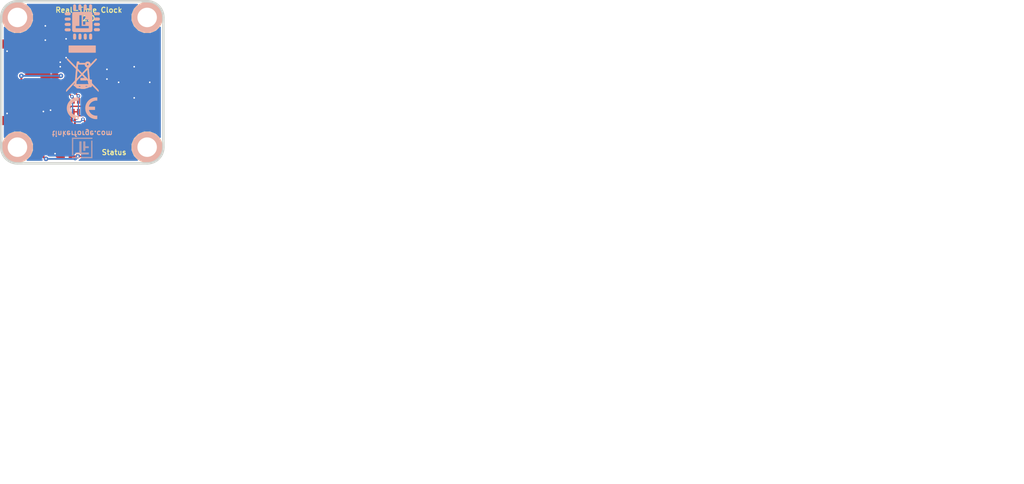
<source format=kicad_pcb>
(kicad_pcb (version 4) (host pcbnew 4.0.2+dfsg1-stable)
  (title_block (title "Real Time Clock Bricklet") (date 2018-01-15) (rev 2.0) (company "Tinkerforge GmbH") (comment 1 "Licensed under CERN OHL v.1.1") (comment 2 "Copyright (©) 2018, B.Nordmeyer <bastian@tinkerforge.com>"))
  (layers (0 Vorderseite signal hide) (31 Rückseite signal hide) (34 B.Paste user) (35 F.Paste user) (36 B.SilkS user) (37 F.SilkS user) (38 B.Mask user) (39 F.Mask user) (44 Edge.Cuts user))
  (net 0 "")
  (net 1 GND)
  (net 2 SCL)
  (net 3 SDA)
  (net 4 "Net-(P1-Pad6)")
  (net 5 "Net-(U2-Pad1)")
  (net 6 "Net-(U2-Pad2)")
  (net 7 3V3)
  (net 8 "Net-(BT1-Pad1)")
  (net 9 "Net-(C1-Pad1)")
  (net 10 "Net-(D1-Pad2)")
  (net 11 "Net-(P1-Pad4)")
  (net 12 "Net-(P1-Pad5)")
  (net 13 "Net-(P2-Pad1)")
  (net 14 "Net-(P3-Pad2)")
  (net 15 S-MISO)
  (net 16 S-MOSI)
  (net 17 S-CLK)
  (net 18 S-CS)
  (net 19 INT)
  (net 20 "Net-(R1-Pad1)")
  (module kicad-libraries:QFN24-4x4mm-0.5mm (layer Vorderseite) (at 135.4 108.7)
    (fp_text reference U1)
    (fp_text value XMC1100)
    (pad 1 smd oval (at -2.025 -1.25) (size 1 0.3) (layers Vorderseite F.Paste F.Mask) (net 15 S-MISO))
    (pad 2 smd oval (at -2.025 -0.75) (size 1 0.3) (layers Vorderseite F.Paste F.Mask) (net 14 "Net-(P3-Pad2)"))
    (pad 3 smd oval (at -2.025 -0.25) (size 1 0.3) (layers Vorderseite F.Paste F.Mask))
    (pad 4 smd oval (at -2.025 0.25) (size 1 0.3) (layers Vorderseite F.Paste F.Mask))
    (pad 5 smd oval (at -2.025 0.75) (size 1 0.3) (layers Vorderseite F.Paste F.Mask))
    (pad 6 smd oval (at -2.025 1.25) (size 1 0.3) (layers Vorderseite F.Paste F.Mask))
    (pad 7 smd oval (at -1.25 2.025 90) (size 1 0.3) (layers Vorderseite F.Paste F.Mask))
    (pad 8 smd oval (at -0.75 2.025 90) (size 1 0.3) (layers Vorderseite F.Paste F.Mask))
    (pad 9 smd oval (at -0.25 2.025 90) (size 1 0.3) (layers Vorderseite F.Paste F.Mask) (net 1 GND))
    (pad 10 smd oval (at 0.25 2.025 90) (size 1 0.3) (layers Vorderseite F.Paste F.Mask) (net 7 3V3))
    (pad 11 smd oval (at 0.75 2.025 90) (size 1 0.3) (layers Vorderseite F.Paste F.Mask))
    (pad 12 smd oval (at 1.25 2.025 90) (size 1 0.3) (layers Vorderseite F.Paste F.Mask))
    (pad 13 smd oval (at 2.025 1.25) (size 1 0.3) (layers Vorderseite F.Paste F.Mask) (net 20 "Net-(R1-Pad1)"))
    (pad 14 smd oval (at 2.025 0.75) (size 1 0.3) (layers Vorderseite F.Paste F.Mask))
    (pad 15 smd oval (at 2.025 0.25) (size 1 0.3) (layers Vorderseite F.Paste F.Mask))
    (pad 16 smd oval (at 2.025 -0.25) (size 1 0.3) (layers Vorderseite F.Paste F.Mask) (net 13 "Net-(P2-Pad1)"))
    (pad 17 smd oval (at 2.025 -0.75) (size 1 0.3) (layers Vorderseite F.Paste F.Mask) (net 3 SDA))
    (pad 18 smd oval (at 2.025 -1.25) (size 1 0.3) (layers Vorderseite F.Paste F.Mask))
    (pad 19 smd oval (at 1.25 -2.025 90) (size 1 0.3) (layers Vorderseite F.Paste F.Mask) (net 2 SCL))
    (pad 20 smd oval (at 0.75 -2.025 90) (size 1 0.3) (layers Vorderseite F.Paste F.Mask) (net 19 INT))
    (pad 21 smd oval (at 0.25 -2.025 90) (size 1 0.3) (layers Vorderseite F.Paste F.Mask))
    (pad 22 smd oval (at -0.25 -2.025 90) (size 1 0.3) (layers Vorderseite F.Paste F.Mask) (net 18 S-CS))
    (pad 23 smd oval (at -0.75 -2.025 90) (size 1 0.3) (layers Vorderseite F.Paste F.Mask) (net 17 S-CLK))
    (pad 24 smd oval (at -1.25 -2.025 90) (size 1 0.3) (layers Vorderseite F.Paste F.Mask) (net 16 S-MOSI))
    (pad EXP smd rect (at 0.65 0.65) (size 1.3 1.3) (layers Vorderseite F.Paste F.Mask) (net 1 GND))
    (pad EXP smd rect (at 0.65 -0.65) (size 1.3 1.3) (layers Vorderseite F.Paste F.Mask) (net 1 GND))
    (pad EXP smd rect (at -0.65 0.65) (size 1.3 1.3) (layers Vorderseite F.Paste F.Mask) (net 1 GND))
    (pad EXP smd rect (at -0.65 -0.65) (size 1.3 1.3) (layers Vorderseite F.Paste F.Mask) (net 1 GND))
  )
  (module kicad-libraries:4X0603 (layer Vorderseite) (at 137.6 104.3)
    (fp_text reference RP2)
    (fp_text value 2k2)
    (pad 1 smd rect (at -1.19888 -0.8509) (size 0.44958 0.89916) (layers Vorderseite F.Paste F.Mask) (net 3 SDA))
    (pad 2 smd rect (at -0.39878 -0.8509) (size 0.44958 0.89916) (layers Vorderseite F.Paste F.Mask) (net 2 SCL))
    (pad 3 smd rect (at 0.39878 -0.8509) (size 0.44958 0.89916) (layers Vorderseite F.Paste F.Mask) (net 19 INT))
    (pad 4 smd rect (at 1.19888 -0.8509) (size 0.44958 0.89916) (layers Vorderseite F.Paste F.Mask))
    (pad 5 smd rect (at 1.19888 0.8509) (size 0.44958 0.89916) (layers Vorderseite F.Paste F.Mask) (net 7 3V3))
    (pad 6 smd rect (at 0.39878 0.8509) (size 0.44958 0.89916) (layers Vorderseite F.Paste F.Mask) (net 7 3V3))
    (pad 7 smd rect (at -0.39878 0.8509) (size 0.44958 0.89916) (layers Vorderseite F.Paste F.Mask) (net 7 3V3))
    (pad 8 smd rect (at -1.19888 0.8509) (size 0.44958 0.89916) (layers Vorderseite F.Paste F.Mask) (net 7 3V3))
  )
  (module kicad-libraries:4X0402 (layer Vorderseite) (at 132.3 102.4 270)
    (fp_text reference RP1)
    (fp_text value 82)
    (pad 1 smd rect (at -0.7493 0.575 90) (size 0.29972 0.65) (layers Vorderseite F.Paste F.Mask) (net 11 "Net-(P1-Pad4)"))
    (pad 2 smd rect (at -0.24892 0.575 90) (size 0.29972 0.65) (layers Vorderseite F.Paste F.Mask) (net 12 "Net-(P1-Pad5)"))
    (pad 3 smd rect (at 0.24892 0.575 90) (size 0.29972 0.65) (layers Vorderseite F.Paste F.Mask) (net 4 "Net-(P1-Pad6)"))
    (pad 4 smd rect (at 0.7493 0.575 90) (size 0.29972 0.65) (layers Vorderseite F.Paste F.Mask) (net 9 "Net-(C1-Pad1)"))
    (pad 5 smd rect (at 0.7493 -0.575 270) (size 0.29972 0.65) (layers Vorderseite F.Paste F.Mask) (net 15 S-MISO))
    (pad 6 smd rect (at 0.24892 -0.575 270) (size 0.29972 0.65) (layers Vorderseite F.Paste F.Mask) (net 16 S-MOSI))
    (pad 7 smd rect (at -0.24892 -0.575 270) (size 0.29972 0.65) (layers Vorderseite F.Paste F.Mask) (net 17 S-CLK))
    (pad 8 smd rect (at -0.7493 -0.575 270) (size 0.29972 0.65) (layers Vorderseite F.Paste F.Mask) (net 18 S-CS))
  )
  (module kicad-libraries:R0603F (layer Vorderseite) (at 139.6 109.9)
    (fp_text reference R1)
    (fp_text value 1k)
    (pad 1 smd rect (at -0.75 0) (size 0.9 0.9) (layers Vorderseite F.Paste F.Mask) (net 20 "Net-(R1-Pad1)"))
    (pad 2 smd rect (at 0.75 0) (size 0.9 0.9) (layers Vorderseite F.Paste F.Mask) (net 10 "Net-(D1-Pad2)"))
  )
  (module kicad-libraries:SolderJumper (layer Vorderseite) (at 131.8 106.3 270)
    (fp_text reference P3)
    (fp_text value Boot)
    (pad 2 smd rect (at 0.55 0 270) (size 0.3 1.4) (layers Vorderseite F.Mask) (net 14 "Net-(P3-Pad2)"))
    (pad 2 smd rect (at 0.15 0 270) (size 0.6 0.5) (layers Vorderseite F.Mask) (net 14 "Net-(P3-Pad2)"))
    (pad 1 smd rect (at -0.5 0 270) (size 0.4 1.4) (layers Vorderseite F.Mask) (net 1 GND))
    (pad 1 smd rect (at -0.225 0.55 270) (size 0.95 0.3) (layers Vorderseite F.Mask) (net 1 GND))
    (pad 1 smd rect (at -0.225 -0.55 270) (size 0.95 0.3) (layers Vorderseite F.Mask) (net 1 GND))
  )
  (module kicad-libraries:DEBUG_PAD (layer Vorderseite) (at 138.9 108.4)
    (fp_text reference P2)
    (fp_text value Debug)
    (pad 1 smd circle (at 0 0) (size 0.7 0.7) (layers Vorderseite F.Paste F.Mask) (net 13 "Net-(P2-Pad1)"))
  )
  (module kicad-libraries:CON-SENSOR2 (layer Vorderseite) (at 125.3 100.6 270)
    (fp_text reference P1)
    (fp_text value CON-SENSOR)
    (pad 1 smd rect (at -3.75 -4.6 270) (size 0.6 1.8) (layers Vorderseite F.Paste F.Mask))
    (pad 2 smd rect (at -2.5 -4.6 270) (size 0.6 1.8) (layers Vorderseite F.Paste F.Mask) (net 1 GND))
    (pad EP smd rect (at -5.9 -1.2 270) (size 1.4 2.4) (layers Vorderseite F.Paste F.Mask) (net 1 GND))
    (pad EP smd rect (at 5.9 -1.2 270) (size 1.4 2.4) (layers Vorderseite F.Paste F.Mask) (net 1 GND))
    (pad 3 smd rect (at -1.25 -4.6 270) (size 0.6 1.8) (layers Vorderseite F.Paste F.Mask) (net 7 3V3))
    (pad 4 smd rect (at 0 -4.6 270) (size 0.6 1.8) (layers Vorderseite F.Paste F.Mask) (net 11 "Net-(P1-Pad4)"))
    (pad 5 smd rect (at 1.25 -4.6 270) (size 0.6 1.8) (layers Vorderseite F.Paste F.Mask) (net 12 "Net-(P1-Pad5)"))
    (pad 6 smd rect (at 2.5 -4.6 270) (size 0.6 1.8) (layers Vorderseite F.Paste F.Mask) (net 4 "Net-(P1-Pad6)"))
    (pad 7 smd rect (at 3.75 -4.6 270) (size 0.6 1.8) (layers Vorderseite F.Paste F.Mask) (net 9 "Net-(C1-Pad1)"))
  )
  (module kicad-libraries:D0603F (layer Vorderseite) (at 142.7 109.9 180)
    (fp_text reference D1)
    (fp_text value blue)
    (pad 1 smd rect (at -0.75 0 180) (size 0.9 0.9) (layers Vorderseite F.Paste F.Mask) (net 7 3V3))
    (pad 2 smd rect (at 0.75 0 180) (size 0.9 0.9) (layers Vorderseite F.Paste F.Mask) (net 10 "Net-(D1-Pad2)"))
  )
  (module kicad-libraries:C0603F (layer Vorderseite) (at 140.8 97.8 270)
    (fp_text reference C6)
    (fp_text value 100nF)
    (pad 1 smd rect (at -0.75 0 270) (size 0.9 0.9) (layers Vorderseite F.Paste F.Mask) (net 8 "Net-(BT1-Pad1)"))
    (pad 2 smd rect (at 0.75 0 270) (size 0.9 0.9) (layers Vorderseite F.Paste F.Mask) (net 1 GND))
  )
  (module kicad-libraries:C0603F (layer Vorderseite) (at 140.8 100.8 90)
    (fp_text reference C5)
    (fp_text value 100nF)
    (pad 1 smd rect (at -0.75 0 90) (size 0.9 0.9) (layers Vorderseite F.Paste F.Mask) (net 7 3V3))
    (pad 2 smd rect (at 0.75 0 90) (size 0.9 0.9) (layers Vorderseite F.Paste F.Mask) (net 1 GND))
  )
  (module kicad-libraries:C0603F (layer Vorderseite) (at 135.4 112 180)
    (fp_text reference C4)
    (fp_text value 100nF)
    (pad 1 smd rect (at -0.75 0 180) (size 0.9 0.9) (layers Vorderseite F.Paste F.Mask) (net 7 3V3))
    (pad 2 smd rect (at 0.75 0 180) (size 0.9 0.9) (layers Vorderseite F.Paste F.Mask) (net 1 GND))
  )
  (module kicad-libraries:C0603F (layer Vorderseite) (at 133.6 98.9 90)
    (fp_text reference C3)
    (fp_text value 100nF)
    (pad 1 smd rect (at -0.75 0 90) (size 0.9 0.9) (layers Vorderseite F.Paste F.Mask) (net 7 3V3))
    (pad 2 smd rect (at 0.75 0 90) (size 0.9 0.9) (layers Vorderseite F.Paste F.Mask) (net 1 GND))
  )
  (module kicad-libraries:C0805E (layer Vorderseite) (at 132.1 98.7 90)
    (fp_text reference C2)
    (fp_text value 10uF)
    (pad 1 smd rect (at -0.95 0 90) (size 1.3 1.5) (layers Vorderseite F.Paste F.Mask) (net 7 3V3) (clearance 0.14986))
    (pad 2 smd rect (at 0.95 0 90) (size 1.3 1.5) (layers Vorderseite F.Paste F.Mask) (net 1 GND) (clearance 0.14986))
  )
  (module kicad-libraries:C0402E (layer Vorderseite) (at 132.3 104.1)
    (fp_text reference C1)
    (fp_text value 220pF)
    (pad 1 smd rect (at -0.65 0) (size 0.7 0.9) (layers Vorderseite F.Paste F.Mask) (net 9 "Net-(C1-Pad1)"))
    (pad 2 smd rect (at 0.65 0) (size 0.7 0.9) (layers Vorderseite F.Paste F.Mask) (net 1 GND))
  )
  (module kicad-libraries:Fiducial_Mark (layer Vorderseite) (at 143.8 93.1)
    (fp_text reference Fiducial_Mark hide)
    (fp_text value VAL** hide)
    (pad 1 smd circle (at 0 0) (size 1.00076 1.00076) (layers Vorderseite F.Paste F.Mask) (clearance 0.65024))
  )
  (module kicad-libraries:Fiducial_Mark (layer Vorderseite) (at 131.8 89.6)
    (fp_text reference Fiducial_Mark hide)
    (fp_text value VAL** hide)
    (pad 1 smd circle (at 0 0) (size 1.00076 1.00076) (layers Vorderseite F.Paste F.Mask) (clearance 0.65024))
  )
  (module kicad-libraries:Fiducial_Mark (layer Vorderseite) (at 144.8 107.6)
    (fp_text reference Fiducial_Mark hide)
    (fp_text value VAL** hide)
    (pad 1 smd circle (at 0 0) (size 1.00076 1.00076) (layers Vorderseite F.Paste F.Mask) (clearance 0.65024))
  )
  (module kicad-libraries:CE_5mm (layer Rückseite) (at 137.8 104.6)
    (fp_text reference VAL hide)
    (fp_text value CE_5mm hide)
  )
  (module kicad-libraries:Logo_31x31 (layer Rückseite) (at 136.2 112.3)
    (fp_text reference G*** hide)
    (fp_text value Logo_31x31 hide)
  )
  (module kicad-libraries:DRILL_NP (layer Vorderseite) (at 127.8 90.6 270)
    (fp_text reference U3 hide)
    (fp_text value DRILL hide)
    (pad "" np_thru_hole circle (at 0 0 270) (size 2.99974 2.99974) (drill 2.99974) (layers *.Cu *.Mask F.SilkS) (clearance 0.89916))
  )
  (module kicad-libraries:DRILL_NP (layer Vorderseite) (at 127.8 110.6 90)
    (fp_text reference U6 hide)
    (fp_text value DRILL hide)
    (pad "" np_thru_hole circle (at 0 0 90) (size 2.99974 2.99974) (drill 2.99974) (layers *.Cu *.Mask F.SilkS) (clearance 0.89916))
  )
  (module kicad-libraries:DRILL_NP (layer Vorderseite) (at 147.8 90.6)
    (fp_text reference U5 hide)
    (fp_text value DRILL hide)
    (pad "" np_thru_hole circle (at 0 0) (size 2.99974 2.99974) (drill 2.99974) (layers *.Cu *.Mask F.SilkS) (clearance 0.89916))
  )
  (module kicad-libraries:DRILL_NP (layer Vorderseite) (at 147.8 110.6 90)
    (fp_text reference U4 hide)
    (fp_text value DRILL hide)
    (pad "" np_thru_hole circle (at 0 0 90) (size 2.99974 2.99974) (drill 2.99974) (layers *.Cu *.Mask F.SilkS) (clearance 0.89916))
  )
  (module kicad-libraries:Logo_CoMCU (layer Rückseite) (at 137.8 91.3)
    (fp_text reference G*** hide)
    (fp_text value LOGO hide)
  )
  (module kicad-libraries:WEEE_7mm (layer Rückseite) (at 137.8 98.5)
    (fp_text reference VAL hide)
    (fp_text value WEEE_7mm_back hide)
  )
  (module kicad-libraries:BATTERY_HOLDER_2998 (layer Vorderseite) (at 145.8 100.6 90)
    (fp_text reference BT1)
    (fp_text value BATTERY)
    (pad 1 smd rect (at -4.7 0 90) (size 1.78 5.08) (layers Vorderseite F.Paste F.Mask) (net 8 "Net-(BT1-Pad1)"))
    (pad 1 smd rect (at 4.7 0 90) (size 1.78 5.08) (layers Vorderseite F.Paste F.Mask) (net 8 "Net-(BT1-Pad1)"))
    (pad 2 smd rect (at 0 0 90) (size 3.96 3.96) (layers Vorderseite F.Mask) (net 1 GND))
  )
  (module kicad-libraries:SO-8 (layer Vorderseite) (at 137.2 98.2 180)
    (fp_text reference U2)
    (fp_text value PCF85263AT)
    (pad 1 smd rect (at -1.90246 2.86766) (size 0.79756 2.19964) (layers Vorderseite F.Paste F.Mask) (net 5 "Net-(U2-Pad1)"))
    (pad 2 smd rect (at -0.63246 2.86766) (size 0.79756 2.19964) (layers Vorderseite F.Paste F.Mask) (net 6 "Net-(U2-Pad2)"))
    (pad 3 smd rect (at 0.63246 2.86766) (size 0.79756 2.19964) (layers Vorderseite F.Paste F.Mask) (net 8 "Net-(BT1-Pad1)"))
    (pad 4 smd rect (at 1.90246 2.86766) (size 0.79756 2.19964) (layers Vorderseite F.Paste F.Mask) (net 1 GND))
    (pad 5 smd rect (at 1.90246 -2.86766 180) (size 0.79756 2.19964) (layers Vorderseite F.Paste F.Mask) (net 3 SDA))
    (pad 6 smd rect (at 0.63246 -2.86766 180) (size 0.79756 2.19964) (layers Vorderseite F.Paste F.Mask) (net 2 SCL))
    (pad 7 smd rect (at -0.63246 -2.86766 180) (size 0.79756 2.19964) (layers Vorderseite F.Paste F.Mask) (net 19 INT))
    (pad 8 smd rect (at -1.90246 -2.86766 180) (size 0.79756 2.19964) (layers Vorderseite F.Paste F.Mask) (net 7 3V3))
  )
  (module kicad-libraries:AB26TRQ (layer Vorderseite) (at 132.1 93 90)
    (fp_text reference X1)
    (fp_text value 32.768kHz)
    (pad 3 smd rect (at 0 0 90) (size 1.5 2.4) (layers Vorderseite F.Paste F.Mask) (net 1 GND))
    (pad 1 smd rect (at -0.45 5.55 90) (size 0.6 1.1) (layers Vorderseite F.Paste F.Mask) (net 6 "Net-(U2-Pad2)"))
    (pad 2 smd rect (at 0.45 5.55 90) (size 0.6 1.1) (layers Vorderseite F.Paste F.Mask) (net 5 "Net-(U2-Pad1)"))
  )
  (gr_text Status (at 142.7 111.4) (layer F.SilkS) (effects (font (size 0.8001 0.8001) (thickness 0.14986))))
  (gr_line (start 150.3 110.6) (end 150.3 90.6) (angle 90) (layer Edge.Cuts) (width 0.381))
  (gr_line (start 127.8 113.1) (end 147.8 113.1) (angle 90) (layer Edge.Cuts) (width 0.381))
  (gr_line (start 125.3 90.6) (end 125.3 110.6) (angle 90) (layer Edge.Cuts) (width 0.381))
  (gr_line (start 147.8 88.1) (end 127.8 88.1) (angle 90) (layer Edge.Cuts) (width 0.381))
  (gr_arc (start 127.8 90.6) (end 125.3 90.6) (angle 90) (layer Edge.Cuts) (width 0.381))
  (gr_arc (start 127.8 110.6) (end 127.8 113.1) (angle 90) (layer Edge.Cuts) (width 0.381))
  (gr_arc (start 147.8 110.6) (end 150.3 110.6) (angle 90) (layer Edge.Cuts) (width 0.381))
  (gr_arc (start 147.8 90.6) (end 147.8 88.1) (angle 90) (layer Edge.Cuts) (width 0.381))
  (gr_text tinkerforge.com (at 137.8 108.5 180) (layer B.SilkS) (effects (font (size 0.8001 0.8001) (thickness 0.14986)) (justify mirror)))
  (gr_text "Real-Time Clock\n2.0" (at 138.8 90.1) (layer F.SilkS) (effects (font (size 0.8001 0.8001) (thickness 0.14986))))
  (segment (start 131.8 105.8) (end 132.3 105.8) (width 0.2) (layer Vorderseite) (net 1))
  (segment (start 132.3 105.8) (end 132.3 106.2) (width 0.2) (layer Vorderseite) (net 1))
  (segment (start 132.3 106.2) (end 132.35 106.075) (width 0.2) (layer Vorderseite) (net 1))
  (segment (start 131.25 106.075) (end 131.25 105.85) (width 0.2) (layer Vorderseite) (net 1))
  (segment (start 131.25 105.85) (end 131.3 105.8) (width 0.2) (layer Vorderseite) (net 1))
  (segment (start 131.3 105.8) (end 131.8 105.8) (width 0.2) (layer Vorderseite) (net 1))
  (segment (start 131.8 105.8) (end 131.8 105.1) (width 0.2) (layer Vorderseite) (net 1))
  (via (at 131.8 105.1) (size 0.7) (drill 0.25) (layers Vorderseite Rückseite) (net 1))
  (segment (start 132.95 104.1) (end 132.95 104.85) (width 0.5) (layer Vorderseite) (net 1))
  (via (at 132.9 104.9) (size 0.7) (drill 0.25) (layers Vorderseite Rückseite) (net 1))
  (segment (start 132.95 104.85) (end 132.9 104.9) (width 0.5) (layer Vorderseite) (net 1))
  (segment (start 132.1 93) (end 132.1 91.9) (width 0.5) (layer Vorderseite) (net 1))
  (via (at 132.1 91.9) (size 0.7) (drill 0.25) (layers Vorderseite Rückseite) (net 1))
  (segment (start 132.1 93) (end 132.1 94.1) (width 0.5) (layer Vorderseite) (net 1))
  (via (at 132.1 94.1) (size 0.7) (drill 0.25) (layers Vorderseite Rückseite) (net 1))
  (segment (start 135.29754 95.33234) (end 135.29754 93.90246) (width 0.5) (layer Vorderseite) (net 1))
  (via (at 135.3 93.9) (size 0.7) (drill 0.25) (layers Vorderseite Rückseite) (net 1))
  (segment (start 135.29754 93.90246) (end 135.3 93.9) (width 0.5) (layer Vorderseite) (net 1))
  (segment (start 135.29754 95.33234) (end 135.29754 96.79754) (width 0.5) (layer Vorderseite) (net 1))
  (via (at 135.3 96.8) (size 0.7) (drill 0.25) (layers Vorderseite Rückseite) (net 1))
  (segment (start 135.29754 96.79754) (end 135.3 96.8) (width 0.5) (layer Vorderseite) (net 1))
  (segment (start 140.8 98.55) (end 141.55 98.55) (width 0.5) (layer Vorderseite) (net 1))
  (via (at 141.6 98.6) (size 0.7) (drill 0.25) (layers Vorderseite Rückseite) (net 1))
  (segment (start 141.55 98.55) (end 141.6 98.6) (width 0.5) (layer Vorderseite) (net 1))
  (segment (start 140.8 100.05) (end 141.55 100.05) (width 0.5) (layer Vorderseite) (net 1))
  (via (at 141.6 100.1) (size 0.7) (drill 0.25) (layers Vorderseite Rückseite) (net 1))
  (segment (start 141.55 100.05) (end 141.6 100.1) (width 0.5) (layer Vorderseite) (net 1))
  (segment (start 136.05 109.35) (end 136.05 108.05) (width 0.29972) (layer Vorderseite) (net 1))
  (segment (start 134.75 109.35) (end 136.05 109.35) (width 0.29972) (layer Vorderseite) (net 1))
  (segment (start 134.75 109.35) (end 134.75 108.05) (width 0.29972) (layer Vorderseite) (net 1))
  (segment (start 135.15 110.725) (end 135.15 109.75) (width 0.29972) (layer Vorderseite) (net 1))
  (segment (start 135.15 109.75) (end 134.75 109.35) (width 0.29972) (layer Vorderseite) (net 1))
  (segment (start 135.15 110.725) (end 135.15 111.25) (width 0.29972) (layer Vorderseite) (net 1))
  (segment (start 135.15 111.25) (end 134.65 111.75) (width 0.29972) (layer Vorderseite) (net 1))
  (segment (start 134.65 111.75) (end 134.65 112) (width 0.29972) (layer Vorderseite) (net 1))
  (segment (start 134.65 112) (end 134 112) (width 0.5) (layer Vorderseite) (net 1))
  (via (at 133.6 111.6) (size 0.7) (drill 0.25) (layers Vorderseite Rückseite) (net 1))
  (segment (start 134 112) (end 133.6 111.6) (width 0.5) (layer Vorderseite) (net 1))
  (segment (start 133.6 98.15) (end 133.75 98.15) (width 0.59944) (layer Vorderseite) (net 1))
  (segment (start 133.75 98.15) (end 134.4 97.5) (width 0.59944) (layer Vorderseite) (net 1))
  (via (at 134.4 97.5) (size 0.7) (drill 0.25) (layers Vorderseite Rückseite) (net 1))
  (segment (start 133.6 98.15) (end 134.35 98.15) (width 0.59944) (layer Vorderseite) (net 1))
  (via (at 134.4 98.2) (size 0.7) (drill 0.25) (layers Vorderseite Rückseite) (net 1))
  (segment (start 134.35 98.15) (end 134.4 98.2) (width 0.59944) (layer Vorderseite) (net 1))
  (segment (start 132.1 97.75) (end 132.75 97.75) (width 0.59944) (layer Vorderseite) (net 1))
  (segment (start 132.75 97.75) (end 133.15 98.15) (width 0.59944) (layer Vorderseite) (net 1))
  (segment (start 133.15 98.15) (end 133.6 98.15) (width 0.59944) (layer Vorderseite) (net 1))
  (segment (start 129.9 98.1) (end 130.9 98.1) (width 0.59944) (layer Vorderseite) (net 1))
  (segment (start 131.25 97.75) (end 132.1 97.75) (width 0.59944) (layer Vorderseite) (net 1))
  (segment (start 130.9 98.1) (end 131.25 97.75) (width 0.59944) (layer Vorderseite) (net 1))
  (via (at 143.4 100.6) (size 0.70104) (layers Vorderseite Rückseite) (net 1))
  (segment (start 145.8 100.6) (end 143.4 100.6) (width 0.8001) (layer Vorderseite) (net 1))
  (via (at 148.2 100.6) (size 0.70104) (layers Vorderseite Rückseite) (net 1))
  (segment (start 145.8 100.6) (end 148.2 100.6) (width 0.8001) (layer Vorderseite) (net 1))
  (via (at 145.8 98.2) (size 0.70104) (layers Vorderseite Rückseite) (net 1))
  (segment (start 145.8 100.6) (end 145.8 98.2) (width 0.8001) (layer Vorderseite) (net 1))
  (via (at 145.8 103) (size 0.70104) (layers Vorderseite Rückseite) (net 1))
  (segment (start 145.8 100.6) (end 145.8 103) (width 0.8001) (layer Vorderseite) (net 1))
  (segment (start 126.19916 105.40084) (end 126.2 105.4) (width 0.8001) (layer Vorderseite) (net 1))
  (via (at 126.2 105.4) (size 0.70104) (layers Vorderseite Rückseite) (net 1))
  (segment (start 126.19916 106.39882) (end 126.19916 105.40084) (width 0.8001) (layer Vorderseite) (net 1))
  (segment (start 126.19916 95.79916) (end 126.2 95.8) (width 0.8001) (layer Vorderseite) (net 1))
  (via (at 126.2 95.8) (size 0.70104) (layers Vorderseite Rückseite) (net 1))
  (segment (start 126.19916 94.80118) (end 126.19916 95.79916) (width 0.8001) (layer Vorderseite) (net 1))
  (segment (start 136.65 106.675) (end 136.65 106.35) (width 0.2) (layer Vorderseite) (net 2))
  (segment (start 136.65 106.35) (end 136.9 106.1) (width 0.2) (layer Vorderseite) (net 2))
  (via (at 136.9 106.1) (size 0.55) (drill 0.25) (layers Vorderseite Rückseite) (net 2))
  (segment (start 136.9 106.1) (end 137.2 105.8) (width 0.2) (layer Rückseite) (net 2))
  (segment (start 137.2 105.8) (end 137.2 102.7) (width 0.2) (layer Rückseite) (net 2))
  (via (at 137.2 102.7) (size 0.55) (drill 0.25) (layers Vorderseite Rückseite) (net 2))
  (segment (start 136.56754 101.06766) (end 136.56754 102.06754) (width 0.2) (layer Vorderseite) (net 2))
  (segment (start 136.56754 102.06754) (end 137.2 102.7) (width 0.2) (layer Vorderseite) (net 2))
  (segment (start 137.2 102.7) (end 137.20122 102.70122) (width 0.2) (layer Vorderseite) (net 2))
  (segment (start 137.20122 102.70122) (end 137.20122 103.4491) (width 0.2) (layer Vorderseite) (net 2))
  (segment (start 137.425 107.95) (end 137.95 107.95) (width 0.2) (layer Vorderseite) (net 3))
  (segment (start 138.2 106.6) (end 137.9 106.3) (width 0.2) (layer Vorderseite) (net 3))
  (segment (start 138.2 107.7) (end 138.2 106.6) (width 0.2) (layer Vorderseite) (net 3))
  (segment (start 137.95 107.95) (end 138.2 107.7) (width 0.2) (layer Vorderseite) (net 3))
  (via (at 136.2 102.8) (size 0.55) (drill 0.25) (layers Vorderseite Rückseite) (net 3))
  (via (at 137.9 106.3) (size 0.55) (drill 0.25) (layers Vorderseite Rückseite) (net 3))
  (segment (start 137.9 106.3) (end 137.5 106.7) (width 0.2) (layer Rückseite) (net 3))
  (segment (start 137.5 106.7) (end 136.6 106.7) (width 0.2) (layer Rückseite) (net 3))
  (segment (start 136.6 106.7) (end 136.3 106.4) (width 0.2) (layer Rückseite) (net 3))
  (segment (start 136.3 106.4) (end 136.3 102.9) (width 0.2) (layer Rückseite) (net 3))
  (segment (start 136.3 102.9) (end 136.2 102.8) (width 0.2) (layer Rückseite) (net 3))
  (segment (start 136.40112 103.4491) (end 136.40112 103.00112) (width 0.2) (layer Vorderseite) (net 3))
  (segment (start 136.40112 103.00112) (end 136.2 102.8) (width 0.2) (layer Vorderseite) (net 3))
  (segment (start 136.2 102.8) (end 135.29754 101.89754) (width 0.2) (layer Vorderseite) (net 3))
  (segment (start 135.29754 101.89754) (end 135.29754 101.06766) (width 0.2) (layer Vorderseite) (net 3))
  (segment (start 129.9 103.1) (end 130.6 103.1) (width 0.2) (layer Vorderseite) (net 4))
  (segment (start 130.6 103.1) (end 131.05108 102.64892) (width 0.2) (layer Vorderseite) (net 4))
  (segment (start 131.05108 102.64892) (end 131.725 102.64892) (width 0.2) (layer Vorderseite) (net 4))
  (segment (start 130.14338 103.16754) (end 130.0752 103.09936) (width 0.29972) (layer Vorderseite) (net 4))
  (segment (start 139.10246 95.33234) (end 139.10246 93.40246) (width 0.29972) (layer Vorderseite) (net 5))
  (segment (start 138.25 92.55) (end 137.65 92.55) (width 0.29972) (layer Vorderseite) (net 5))
  (segment (start 139.10246 93.40246) (end 138.25 92.55) (width 0.29972) (layer Vorderseite) (net 5))
  (segment (start 137.65 93.45) (end 137.65 95.14988) (width 0.29972) (layer Vorderseite) (net 6))
  (segment (start 137.65 95.14988) (end 137.83246 95.33234) (width 0.29972) (layer Vorderseite) (net 6))
  (segment (start 132.2 112.4) (end 132.1 112.4) (width 0.29972) (layer Vorderseite) (net 7))
  (segment (start 131.8 112.1) (end 131.8 108.6) (width 0.29972) (layer Vorderseite) (net 7))
  (segment (start 132.1 112.4) (end 131.8 112.1) (width 0.29972) (layer Vorderseite) (net 7))
  (segment (start 143.45 109.9) (end 143.45 110.55) (width 0.2) (layer Vorderseite) (net 7))
  (segment (start 140 110.8) (end 139.6 111.2) (width 0.2) (layer Vorderseite) (net 7))
  (segment (start 143.2 110.8) (end 140 110.8) (width 0.2) (layer Vorderseite) (net 7))
  (segment (start 143.45 110.55) (end 143.2 110.8) (width 0.2) (layer Vorderseite) (net 7))
  (segment (start 137.1 112) (end 138.8 112) (width 0.2) (layer Vorderseite) (net 7))
  (segment (start 139.6 106.6) (end 139.4 106.4) (width 0.2) (layer Vorderseite) (net 7))
  (segment (start 139.6 111.2) (end 139.6 106.6) (width 0.2) (layer Vorderseite) (net 7))
  (segment (start 138.8 112) (end 139.6 111.2) (width 0.2) (layer Vorderseite) (net 7))
  (segment (start 135.65 110.725) (end 135.65 111.25) (width 0.29972) (layer Vorderseite) (net 7))
  (segment (start 135.65 111.25) (end 136.15 111.75) (width 0.29972) (layer Vorderseite) (net 7))
  (segment (start 136.15 111.75) (end 136.15 112) (width 0.29972) (layer Vorderseite) (net 7))
  (segment (start 133.6 99.65) (end 134.45 99.65) (width 0.59944) (layer Vorderseite) (net 7))
  (segment (start 134.45 99.65) (end 134.5 99.6) (width 0.59944) (layer Vorderseite) (net 7))
  (via (at 134.5 99.6) (size 0.7) (drill 0.25) (layers Vorderseite Rückseite) (net 7))
  (segment (start 134.5 99.6) (end 128.4 99.6) (width 0.29972) (layer Rückseite) (net 7))
  (via (at 128.4 99.6) (size 0.7) (drill 0.25) (layers Vorderseite Rückseite) (net 7))
  (segment (start 128.4 99.6) (end 128.4 105.2) (width 0.29972) (layer Vorderseite) (net 7))
  (segment (start 128.4 105.2) (end 131.8 108.6) (width 0.29972) (layer Vorderseite) (net 7))
  (via (at 137.1 112) (size 0.7) (drill 0.25) (layers Vorderseite Rückseite) (net 7))
  (segment (start 136.7 112.4) (end 137.1 112) (width 0.5) (layer Rückseite) (net 7))
  (segment (start 132.2 112.4) (end 136.7 112.4) (width 0.29972) (layer Rückseite) (net 7))
  (via (at 132.2 112.4) (size 0.7) (drill 0.25) (layers Vorderseite Rückseite) (net 7))
  (segment (start 132.1 99.65) (end 133.6 99.65) (width 0.59944) (layer Vorderseite) (net 7))
  (segment (start 129.9 99.35) (end 131.8 99.35) (width 0.59944) (layer Vorderseite) (net 7))
  (segment (start 131.8 99.35) (end 132.1 99.65) (width 0.59944) (layer Vorderseite) (net 7))
  (segment (start 140.8 101.55) (end 139.5848 101.55) (width 0.2) (layer Vorderseite) (net 7))
  (segment (start 139.5848 101.55) (end 139.10246 101.06766) (width 0.2) (layer Vorderseite) (net 7))
  (segment (start 139.4 106.4) (end 139.4 106) (width 0.2) (layer Vorderseite) (net 7))
  (segment (start 139.4 106) (end 140.8 104.6) (width 0.2) (layer Vorderseite) (net 7))
  (segment (start 140.8 104.6) (end 140.8 101.55) (width 0.2) (layer Vorderseite) (net 7))
  (segment (start 138.15 105.75) (end 137.35 105.75) (width 0.2) (layer Vorderseite) (net 7))
  (segment (start 137.20122 105.60122) (end 137.20122 105.1509) (width 0.2) (layer Vorderseite) (net 7))
  (segment (start 137.35 105.75) (end 137.20122 105.60122) (width 0.2) (layer Vorderseite) (net 7))
  (segment (start 137.99878 105.1509) (end 137.99878 105.59878) (width 0.2) (layer Vorderseite) (net 7))
  (segment (start 137.99878 105.59878) (end 138.15 105.75) (width 0.2) (layer Vorderseite) (net 7))
  (segment (start 138.15 105.75) (end 138.19888 105.79888) (width 0.2) (layer Vorderseite) (net 7))
  (segment (start 138.19888 105.79888) (end 138.79888 105.79888) (width 0.2) (layer Vorderseite) (net 7))
  (segment (start 136.15 112) (end 137.1 112) (width 0.2) (layer Vorderseite) (net 7))
  (segment (start 138.79888 105.79888) (end 138.79888 105.1509) (width 0.2) (layer Vorderseite) (net 7))
  (segment (start 139.4 106.4) (end 138.79888 105.79888) (width 0.2) (layer Vorderseite) (net 7))
  (segment (start 136.40112 105.1509) (end 137.20122 105.1509) (width 0.2) (layer Vorderseite) (net 7))
  (segment (start 140.8 97.05) (end 141.65 97.05) (width 0.5) (layer Vorderseite) (net 8))
  (segment (start 142.8 95.9) (end 145.8 95.9) (width 0.5) (layer Vorderseite) (net 8))
  (segment (start 141.65 97.05) (end 142.8 95.9) (width 0.5) (layer Vorderseite) (net 8))
  (segment (start 136.56754 95.33234) (end 136.56754 96.36754) (width 0.5) (layer Vorderseite) (net 8))
  (segment (start 136.56754 96.36754) (end 137.3 97.1) (width 0.5) (layer Vorderseite) (net 8))
  (segment (start 137.3 97.1) (end 140.75 97.1) (width 0.5) (layer Vorderseite) (net 8))
  (segment (start 140.75 97.1) (end 140.8 97.05) (width 0.5) (layer Vorderseite) (net 8))
  (segment (start 143.6 105.3) (end 145.8 105.3) (width 0.5) (layer Vorderseite) (net 8))
  (segment (start 148 95.9) (end 145.8 95.9) (width 0.5) (layer Vorderseite) (net 8))
  (segment (start 148.4 105.3) (end 149.3 104.4) (width 0.5) (layer Vorderseite) (net 8))
  (segment (start 149.3 104.4) (end 149.3 97.2) (width 0.5) (layer Vorderseite) (net 8))
  (segment (start 149.3 97.2) (end 148 95.9) (width 0.5) (layer Vorderseite) (net 8))
  (segment (start 145.8 105.3) (end 148.4 105.3) (width 0.5) (layer Vorderseite) (net 8))
  (segment (start 129.9 104.35) (end 130.95 104.35) (width 0.2) (layer Vorderseite) (net 9))
  (segment (start 131.2 104.1) (end 131.65 104.1) (width 0.2) (layer Vorderseite) (net 9))
  (segment (start 130.95 104.35) (end 131.2 104.1) (width 0.2) (layer Vorderseite) (net 9))
  (segment (start 131.725 103.1493) (end 131.725 104.025) (width 0.2) (layer Vorderseite) (net 9))
  (segment (start 131.725 104.025) (end 131.65 104.1) (width 0.2) (layer Vorderseite) (net 9))
  (segment (start 140.35 109.9) (end 141.95 109.9) (width 0.2) (layer Vorderseite) (net 10))
  (segment (start 129.9 100.6) (end 130.4 100.6) (width 0.2) (layer Vorderseite) (net 11))
  (segment (start 130.4 100.6) (end 131.4507 101.6507) (width 0.2) (layer Vorderseite) (net 11))
  (segment (start 131.4507 101.6507) (end 131.725 101.6507) (width 0.2) (layer Vorderseite) (net 11))
  (segment (start 131.725 102.15108) (end 131.35108 102.15108) (width 0.2) (layer Vorderseite) (net 12))
  (segment (start 131.05 101.85) (end 129.9 101.85) (width 0.2) (layer Vorderseite) (net 12))
  (segment (start 131.35108 102.15108) (end 131.05 101.85) (width 0.2) (layer Vorderseite) (net 12))
  (segment (start 137.425 108.45) (end 138.85 108.45) (width 0.2) (layer Vorderseite) (net 13))
  (segment (start 138.85 108.45) (end 138.9 108.4) (width 0.2) (layer Vorderseite) (net 13))
  (segment (start 131.8 106.85) (end 131.8 106.45) (width 0.2) (layer Vorderseite) (net 14))
  (segment (start 133.375 107.95) (end 132.55 107.95) (width 0.2) (layer Vorderseite) (net 14))
  (segment (start 131.8 107.2) (end 131.8 106.85) (width 0.2) (layer Vorderseite) (net 14))
  (segment (start 132.55 107.95) (end 131.8 107.2) (width 0.2) (layer Vorderseite) (net 14))
  (segment (start 132.875 103.1493) (end 133.2493 103.1493) (width 0.2) (layer Vorderseite) (net 15))
  (segment (start 133.6 107.225) (end 133.375 107.45) (width 0.2) (layer Vorderseite) (net 15))
  (segment (start 133.6 103.5) (end 133.6 107.225) (width 0.2) (layer Vorderseite) (net 15))
  (segment (start 133.2493 103.1493) (end 133.6 103.5) (width 0.2) (layer Vorderseite) (net 15))
  (segment (start 134.15 106.675) (end 134.15 103.45) (width 0.2) (layer Vorderseite) (net 16))
  (segment (start 133.34892 102.64892) (end 132.875 102.64892) (width 0.2) (layer Vorderseite) (net 16))
  (segment (start 134.15 103.45) (end 133.34892 102.64892) (width 0.2) (layer Vorderseite) (net 16))
  (segment (start 134.65 106.675) (end 134.65 103.35) (width 0.2) (layer Vorderseite) (net 17))
  (segment (start 134.65 103.35) (end 133.45108 102.15108) (width 0.2) (layer Vorderseite) (net 17))
  (segment (start 133.45108 102.15108) (end 132.875 102.15108) (width 0.2) (layer Vorderseite) (net 17))
  (segment (start 135.15 106.675) (end 135.15 103.15) (width 0.2) (layer Vorderseite) (net 18))
  (segment (start 133.6507 101.6507) (end 132.875 101.6507) (width 0.2) (layer Vorderseite) (net 18))
  (segment (start 135.15 103.15) (end 133.6507 101.6507) (width 0.2) (layer Vorderseite) (net 18))
  (segment (start 136.15 106.675) (end 136.15 106.05) (width 0.2) (layer Vorderseite) (net 19))
  (segment (start 137.99878 104.00122) (end 137.99878 103.4491) (width 0.2) (layer Vorderseite) (net 19))
  (segment (start 137.7 104.3) (end 137.99878 104.00122) (width 0.2) (layer Vorderseite) (net 19))
  (segment (start 136.1 104.3) (end 137.7 104.3) (width 0.2) (layer Vorderseite) (net 19))
  (segment (start 135.8 104.6) (end 136.1 104.3) (width 0.2) (layer Vorderseite) (net 19))
  (segment (start 135.8 105.7) (end 135.8 104.6) (width 0.2) (layer Vorderseite) (net 19))
  (segment (start 136.15 106.05) (end 135.8 105.7) (width 0.2) (layer Vorderseite) (net 19))
  (segment (start 137.83246 101.06766) (end 137.83246 102.43246) (width 0.2) (layer Vorderseite) (net 19))
  (segment (start 137.99878 102.59878) (end 137.99878 103.4491) (width 0.2) (layer Vorderseite) (net 19))
  (segment (start 137.83246 102.43246) (end 137.99878 102.59878) (width 0.2) (layer Vorderseite) (net 19))
  (segment (start 137.425 109.95) (end 138.8 109.95) (width 0.2) (layer Vorderseite) (net 20))
  (segment (start 138.8 109.95) (end 138.85 109.9) (width 0.2) (layer Vorderseite) (net 20))
  (zone (net 1) (net_name GND) (layer Rückseite) (connect_pads (clearance 0.2)) (min_thickness 0.2) (fill yes (arc_segments 16) (thermal_gap 0.21) (thermal_bridge_width 0.21))
    (polygon (pts (xy 125.3 88.1) (xy 150.3 88.1) (xy 150.3 113.1) (xy 125.3 113.1)))
  )
)
</source>
